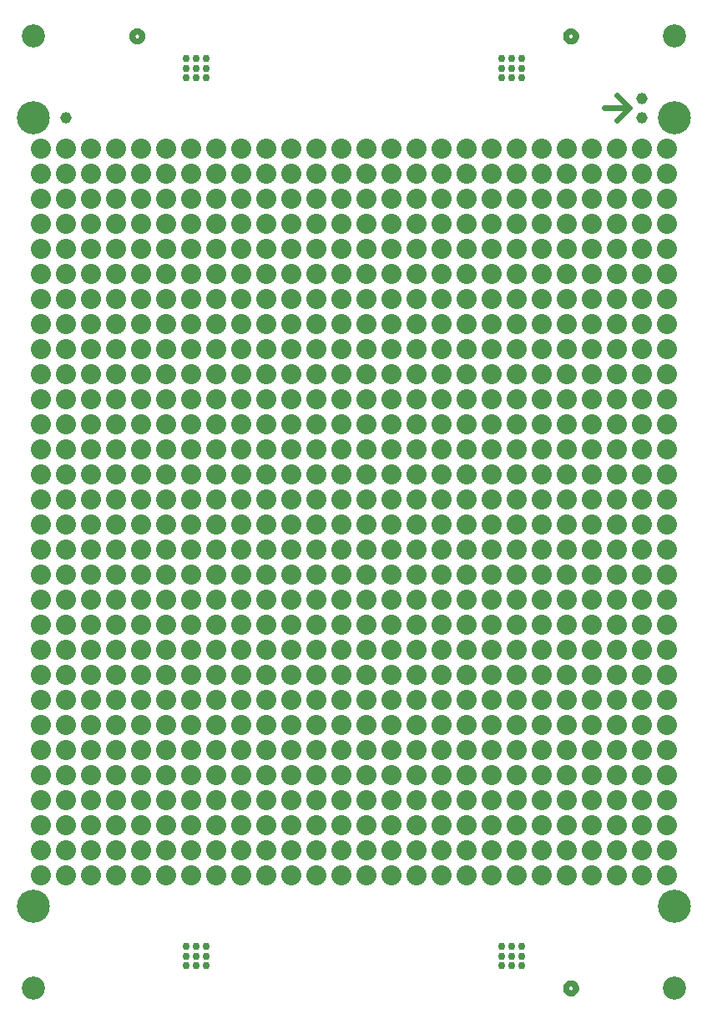
<source format=gts>
G75*
%MOIN*%
%OFA0B0*%
%FSLAX25Y25*%
%IPPOS*%
%LPD*%
%AMOC8*
5,1,8,0,0,1.08239X$1,22.5*
%
%ADD10C,0.13198*%
%ADD11C,0.02400*%
%ADD12C,0.02962*%
%ADD13C,0.09261*%
%ADD14C,0.08000*%
%ADD15C,0.04537*%
D10*
X0015797Y0041170D03*
X0015797Y0356131D03*
X0271702Y0356131D03*
X0271702Y0041170D03*
D11*
X0228395Y0008690D02*
X0228397Y0008778D01*
X0228403Y0008866D01*
X0228413Y0008954D01*
X0228427Y0009042D01*
X0228444Y0009128D01*
X0228466Y0009214D01*
X0228491Y0009298D01*
X0228521Y0009382D01*
X0228553Y0009464D01*
X0228590Y0009544D01*
X0228630Y0009623D01*
X0228674Y0009700D01*
X0228721Y0009775D01*
X0228771Y0009847D01*
X0228825Y0009918D01*
X0228881Y0009985D01*
X0228941Y0010051D01*
X0229003Y0010113D01*
X0229069Y0010173D01*
X0229136Y0010229D01*
X0229207Y0010283D01*
X0229279Y0010333D01*
X0229354Y0010380D01*
X0229431Y0010424D01*
X0229510Y0010464D01*
X0229590Y0010501D01*
X0229672Y0010533D01*
X0229756Y0010563D01*
X0229840Y0010588D01*
X0229926Y0010610D01*
X0230012Y0010627D01*
X0230100Y0010641D01*
X0230188Y0010651D01*
X0230276Y0010657D01*
X0230364Y0010659D01*
X0230452Y0010657D01*
X0230540Y0010651D01*
X0230628Y0010641D01*
X0230716Y0010627D01*
X0230802Y0010610D01*
X0230888Y0010588D01*
X0230972Y0010563D01*
X0231056Y0010533D01*
X0231138Y0010501D01*
X0231218Y0010464D01*
X0231297Y0010424D01*
X0231374Y0010380D01*
X0231449Y0010333D01*
X0231521Y0010283D01*
X0231592Y0010229D01*
X0231659Y0010173D01*
X0231725Y0010113D01*
X0231787Y0010051D01*
X0231847Y0009985D01*
X0231903Y0009918D01*
X0231957Y0009847D01*
X0232007Y0009775D01*
X0232054Y0009700D01*
X0232098Y0009623D01*
X0232138Y0009544D01*
X0232175Y0009464D01*
X0232207Y0009382D01*
X0232237Y0009298D01*
X0232262Y0009214D01*
X0232284Y0009128D01*
X0232301Y0009042D01*
X0232315Y0008954D01*
X0232325Y0008866D01*
X0232331Y0008778D01*
X0232333Y0008690D01*
X0232331Y0008602D01*
X0232325Y0008514D01*
X0232315Y0008426D01*
X0232301Y0008338D01*
X0232284Y0008252D01*
X0232262Y0008166D01*
X0232237Y0008082D01*
X0232207Y0007998D01*
X0232175Y0007916D01*
X0232138Y0007836D01*
X0232098Y0007757D01*
X0232054Y0007680D01*
X0232007Y0007605D01*
X0231957Y0007533D01*
X0231903Y0007462D01*
X0231847Y0007395D01*
X0231787Y0007329D01*
X0231725Y0007267D01*
X0231659Y0007207D01*
X0231592Y0007151D01*
X0231521Y0007097D01*
X0231449Y0007047D01*
X0231374Y0007000D01*
X0231297Y0006956D01*
X0231218Y0006916D01*
X0231138Y0006879D01*
X0231056Y0006847D01*
X0230972Y0006817D01*
X0230888Y0006792D01*
X0230802Y0006770D01*
X0230716Y0006753D01*
X0230628Y0006739D01*
X0230540Y0006729D01*
X0230452Y0006723D01*
X0230364Y0006721D01*
X0230276Y0006723D01*
X0230188Y0006729D01*
X0230100Y0006739D01*
X0230012Y0006753D01*
X0229926Y0006770D01*
X0229840Y0006792D01*
X0229756Y0006817D01*
X0229672Y0006847D01*
X0229590Y0006879D01*
X0229510Y0006916D01*
X0229431Y0006956D01*
X0229354Y0007000D01*
X0229279Y0007047D01*
X0229207Y0007097D01*
X0229136Y0007151D01*
X0229069Y0007207D01*
X0229003Y0007267D01*
X0228941Y0007329D01*
X0228881Y0007395D01*
X0228825Y0007462D01*
X0228771Y0007533D01*
X0228721Y0007605D01*
X0228674Y0007680D01*
X0228630Y0007757D01*
X0228590Y0007836D01*
X0228553Y0007916D01*
X0228521Y0007998D01*
X0228491Y0008082D01*
X0228466Y0008166D01*
X0228444Y0008252D01*
X0228427Y0008338D01*
X0228413Y0008426D01*
X0228403Y0008514D01*
X0228397Y0008602D01*
X0228395Y0008690D01*
X0248750Y0354900D02*
X0253750Y0359900D01*
X0248750Y0364900D01*
X0243750Y0359900D02*
X0253750Y0359900D01*
X0228395Y0388611D02*
X0228397Y0388699D01*
X0228403Y0388787D01*
X0228413Y0388875D01*
X0228427Y0388963D01*
X0228444Y0389049D01*
X0228466Y0389135D01*
X0228491Y0389219D01*
X0228521Y0389303D01*
X0228553Y0389385D01*
X0228590Y0389465D01*
X0228630Y0389544D01*
X0228674Y0389621D01*
X0228721Y0389696D01*
X0228771Y0389768D01*
X0228825Y0389839D01*
X0228881Y0389906D01*
X0228941Y0389972D01*
X0229003Y0390034D01*
X0229069Y0390094D01*
X0229136Y0390150D01*
X0229207Y0390204D01*
X0229279Y0390254D01*
X0229354Y0390301D01*
X0229431Y0390345D01*
X0229510Y0390385D01*
X0229590Y0390422D01*
X0229672Y0390454D01*
X0229756Y0390484D01*
X0229840Y0390509D01*
X0229926Y0390531D01*
X0230012Y0390548D01*
X0230100Y0390562D01*
X0230188Y0390572D01*
X0230276Y0390578D01*
X0230364Y0390580D01*
X0230452Y0390578D01*
X0230540Y0390572D01*
X0230628Y0390562D01*
X0230716Y0390548D01*
X0230802Y0390531D01*
X0230888Y0390509D01*
X0230972Y0390484D01*
X0231056Y0390454D01*
X0231138Y0390422D01*
X0231218Y0390385D01*
X0231297Y0390345D01*
X0231374Y0390301D01*
X0231449Y0390254D01*
X0231521Y0390204D01*
X0231592Y0390150D01*
X0231659Y0390094D01*
X0231725Y0390034D01*
X0231787Y0389972D01*
X0231847Y0389906D01*
X0231903Y0389839D01*
X0231957Y0389768D01*
X0232007Y0389696D01*
X0232054Y0389621D01*
X0232098Y0389544D01*
X0232138Y0389465D01*
X0232175Y0389385D01*
X0232207Y0389303D01*
X0232237Y0389219D01*
X0232262Y0389135D01*
X0232284Y0389049D01*
X0232301Y0388963D01*
X0232315Y0388875D01*
X0232325Y0388787D01*
X0232331Y0388699D01*
X0232333Y0388611D01*
X0232331Y0388523D01*
X0232325Y0388435D01*
X0232315Y0388347D01*
X0232301Y0388259D01*
X0232284Y0388173D01*
X0232262Y0388087D01*
X0232237Y0388003D01*
X0232207Y0387919D01*
X0232175Y0387837D01*
X0232138Y0387757D01*
X0232098Y0387678D01*
X0232054Y0387601D01*
X0232007Y0387526D01*
X0231957Y0387454D01*
X0231903Y0387383D01*
X0231847Y0387316D01*
X0231787Y0387250D01*
X0231725Y0387188D01*
X0231659Y0387128D01*
X0231592Y0387072D01*
X0231521Y0387018D01*
X0231449Y0386968D01*
X0231374Y0386921D01*
X0231297Y0386877D01*
X0231218Y0386837D01*
X0231138Y0386800D01*
X0231056Y0386768D01*
X0230972Y0386738D01*
X0230888Y0386713D01*
X0230802Y0386691D01*
X0230716Y0386674D01*
X0230628Y0386660D01*
X0230540Y0386650D01*
X0230452Y0386644D01*
X0230364Y0386642D01*
X0230276Y0386644D01*
X0230188Y0386650D01*
X0230100Y0386660D01*
X0230012Y0386674D01*
X0229926Y0386691D01*
X0229840Y0386713D01*
X0229756Y0386738D01*
X0229672Y0386768D01*
X0229590Y0386800D01*
X0229510Y0386837D01*
X0229431Y0386877D01*
X0229354Y0386921D01*
X0229279Y0386968D01*
X0229207Y0387018D01*
X0229136Y0387072D01*
X0229069Y0387128D01*
X0229003Y0387188D01*
X0228941Y0387250D01*
X0228881Y0387316D01*
X0228825Y0387383D01*
X0228771Y0387454D01*
X0228721Y0387526D01*
X0228674Y0387601D01*
X0228630Y0387678D01*
X0228590Y0387757D01*
X0228553Y0387837D01*
X0228521Y0387919D01*
X0228491Y0388003D01*
X0228466Y0388087D01*
X0228444Y0388173D01*
X0228427Y0388259D01*
X0228413Y0388347D01*
X0228403Y0388435D01*
X0228397Y0388523D01*
X0228395Y0388611D01*
X0055166Y0388611D02*
X0055168Y0388699D01*
X0055174Y0388787D01*
X0055184Y0388875D01*
X0055198Y0388963D01*
X0055215Y0389049D01*
X0055237Y0389135D01*
X0055262Y0389219D01*
X0055292Y0389303D01*
X0055324Y0389385D01*
X0055361Y0389465D01*
X0055401Y0389544D01*
X0055445Y0389621D01*
X0055492Y0389696D01*
X0055542Y0389768D01*
X0055596Y0389839D01*
X0055652Y0389906D01*
X0055712Y0389972D01*
X0055774Y0390034D01*
X0055840Y0390094D01*
X0055907Y0390150D01*
X0055978Y0390204D01*
X0056050Y0390254D01*
X0056125Y0390301D01*
X0056202Y0390345D01*
X0056281Y0390385D01*
X0056361Y0390422D01*
X0056443Y0390454D01*
X0056527Y0390484D01*
X0056611Y0390509D01*
X0056697Y0390531D01*
X0056783Y0390548D01*
X0056871Y0390562D01*
X0056959Y0390572D01*
X0057047Y0390578D01*
X0057135Y0390580D01*
X0057223Y0390578D01*
X0057311Y0390572D01*
X0057399Y0390562D01*
X0057487Y0390548D01*
X0057573Y0390531D01*
X0057659Y0390509D01*
X0057743Y0390484D01*
X0057827Y0390454D01*
X0057909Y0390422D01*
X0057989Y0390385D01*
X0058068Y0390345D01*
X0058145Y0390301D01*
X0058220Y0390254D01*
X0058292Y0390204D01*
X0058363Y0390150D01*
X0058430Y0390094D01*
X0058496Y0390034D01*
X0058558Y0389972D01*
X0058618Y0389906D01*
X0058674Y0389839D01*
X0058728Y0389768D01*
X0058778Y0389696D01*
X0058825Y0389621D01*
X0058869Y0389544D01*
X0058909Y0389465D01*
X0058946Y0389385D01*
X0058978Y0389303D01*
X0059008Y0389219D01*
X0059033Y0389135D01*
X0059055Y0389049D01*
X0059072Y0388963D01*
X0059086Y0388875D01*
X0059096Y0388787D01*
X0059102Y0388699D01*
X0059104Y0388611D01*
X0059102Y0388523D01*
X0059096Y0388435D01*
X0059086Y0388347D01*
X0059072Y0388259D01*
X0059055Y0388173D01*
X0059033Y0388087D01*
X0059008Y0388003D01*
X0058978Y0387919D01*
X0058946Y0387837D01*
X0058909Y0387757D01*
X0058869Y0387678D01*
X0058825Y0387601D01*
X0058778Y0387526D01*
X0058728Y0387454D01*
X0058674Y0387383D01*
X0058618Y0387316D01*
X0058558Y0387250D01*
X0058496Y0387188D01*
X0058430Y0387128D01*
X0058363Y0387072D01*
X0058292Y0387018D01*
X0058220Y0386968D01*
X0058145Y0386921D01*
X0058068Y0386877D01*
X0057989Y0386837D01*
X0057909Y0386800D01*
X0057827Y0386768D01*
X0057743Y0386738D01*
X0057659Y0386713D01*
X0057573Y0386691D01*
X0057487Y0386674D01*
X0057399Y0386660D01*
X0057311Y0386650D01*
X0057223Y0386644D01*
X0057135Y0386642D01*
X0057047Y0386644D01*
X0056959Y0386650D01*
X0056871Y0386660D01*
X0056783Y0386674D01*
X0056697Y0386691D01*
X0056611Y0386713D01*
X0056527Y0386738D01*
X0056443Y0386768D01*
X0056361Y0386800D01*
X0056281Y0386837D01*
X0056202Y0386877D01*
X0056125Y0386921D01*
X0056050Y0386968D01*
X0055978Y0387018D01*
X0055907Y0387072D01*
X0055840Y0387128D01*
X0055774Y0387188D01*
X0055712Y0387250D01*
X0055652Y0387316D01*
X0055596Y0387383D01*
X0055542Y0387454D01*
X0055492Y0387526D01*
X0055445Y0387601D01*
X0055401Y0387678D01*
X0055361Y0387757D01*
X0055324Y0387837D01*
X0055292Y0387919D01*
X0055262Y0388003D01*
X0055237Y0388087D01*
X0055215Y0388173D01*
X0055198Y0388259D01*
X0055184Y0388347D01*
X0055174Y0388435D01*
X0055168Y0388523D01*
X0055166Y0388611D01*
D12*
X0076820Y0379753D03*
X0076820Y0375816D03*
X0076820Y0371879D03*
X0080757Y0371879D03*
X0080757Y0375816D03*
X0080757Y0379753D03*
X0084694Y0379753D03*
X0084694Y0375816D03*
X0084694Y0371879D03*
X0202805Y0371879D03*
X0206742Y0371879D03*
X0206742Y0375816D03*
X0206742Y0379753D03*
X0202805Y0379753D03*
X0202805Y0375816D03*
X0210679Y0375816D03*
X0210679Y0379753D03*
X0210679Y0371879D03*
X0210679Y0025422D03*
X0210679Y0021485D03*
X0210679Y0017548D03*
X0206742Y0017548D03*
X0206742Y0021485D03*
X0206742Y0025422D03*
X0202805Y0025422D03*
X0202805Y0021485D03*
X0202805Y0017548D03*
X0084694Y0017548D03*
X0080757Y0017548D03*
X0080757Y0021485D03*
X0080757Y0025422D03*
X0084694Y0025422D03*
X0084694Y0021485D03*
X0076820Y0021485D03*
X0076820Y0017548D03*
X0076820Y0025422D03*
D13*
X0015797Y0008690D03*
X0271702Y0008690D03*
X0271702Y0388611D03*
X0015797Y0388611D03*
D14*
X0018750Y0343650D03*
X0018750Y0333650D03*
X0018750Y0323650D03*
X0018750Y0313650D03*
X0018750Y0303650D03*
X0018750Y0293650D03*
X0018750Y0283650D03*
X0018750Y0273650D03*
X0018750Y0263650D03*
X0018750Y0253650D03*
X0018750Y0243650D03*
X0018750Y0233650D03*
X0018750Y0223650D03*
X0018750Y0213650D03*
X0018750Y0203650D03*
X0018750Y0193650D03*
X0018750Y0183650D03*
X0018750Y0173650D03*
X0018750Y0163650D03*
X0018750Y0153650D03*
X0018750Y0143650D03*
X0018750Y0133650D03*
X0018750Y0123650D03*
X0018750Y0113650D03*
X0018750Y0103650D03*
X0018750Y0093650D03*
X0018750Y0083650D03*
X0018750Y0073650D03*
X0018750Y0063650D03*
X0018750Y0053650D03*
X0028750Y0053650D03*
X0038750Y0053650D03*
X0048750Y0053650D03*
X0048750Y0063650D03*
X0048750Y0073650D03*
X0048750Y0083650D03*
X0048750Y0093650D03*
X0048750Y0103650D03*
X0048750Y0113650D03*
X0048750Y0123650D03*
X0048750Y0133650D03*
X0048750Y0143650D03*
X0048750Y0153650D03*
X0048750Y0163650D03*
X0048750Y0173650D03*
X0048750Y0183650D03*
X0048750Y0193650D03*
X0048750Y0203650D03*
X0048750Y0213650D03*
X0048750Y0223650D03*
X0048750Y0233650D03*
X0048750Y0243650D03*
X0048750Y0253650D03*
X0048750Y0263650D03*
X0048750Y0273650D03*
X0048750Y0283650D03*
X0048750Y0293650D03*
X0048750Y0303650D03*
X0048750Y0313650D03*
X0048750Y0323650D03*
X0048750Y0333650D03*
X0048750Y0343650D03*
X0038750Y0343650D03*
X0038750Y0333650D03*
X0038750Y0323650D03*
X0038750Y0313650D03*
X0038750Y0303650D03*
X0038750Y0293650D03*
X0038750Y0283650D03*
X0038750Y0273650D03*
X0038750Y0263650D03*
X0038750Y0253650D03*
X0038750Y0243650D03*
X0038750Y0233650D03*
X0038750Y0223650D03*
X0038750Y0213650D03*
X0038750Y0203650D03*
X0038750Y0193650D03*
X0038750Y0183650D03*
X0038750Y0173650D03*
X0038750Y0163650D03*
X0038750Y0153650D03*
X0038750Y0143650D03*
X0038750Y0133650D03*
X0038750Y0123650D03*
X0038750Y0113650D03*
X0038750Y0103650D03*
X0038750Y0093650D03*
X0038750Y0083650D03*
X0038750Y0073650D03*
X0038750Y0063650D03*
X0028750Y0063650D03*
X0028750Y0073650D03*
X0028750Y0083650D03*
X0028750Y0093650D03*
X0028750Y0103650D03*
X0028750Y0113650D03*
X0028750Y0123650D03*
X0028750Y0133650D03*
X0028750Y0143650D03*
X0028750Y0153650D03*
X0028750Y0163650D03*
X0028750Y0173650D03*
X0028750Y0183650D03*
X0028750Y0193650D03*
X0028750Y0203650D03*
X0028750Y0213650D03*
X0028750Y0223650D03*
X0028750Y0233650D03*
X0028750Y0243650D03*
X0028750Y0253650D03*
X0028750Y0263650D03*
X0028750Y0273650D03*
X0028750Y0283650D03*
X0028750Y0293650D03*
X0028750Y0303650D03*
X0028750Y0313650D03*
X0028750Y0323650D03*
X0028750Y0333650D03*
X0028750Y0343650D03*
X0058750Y0343650D03*
X0068750Y0343650D03*
X0068750Y0333650D03*
X0068750Y0323650D03*
X0068750Y0313650D03*
X0068750Y0303650D03*
X0068750Y0293650D03*
X0068750Y0283650D03*
X0068750Y0273650D03*
X0068750Y0263650D03*
X0068750Y0253650D03*
X0068750Y0243650D03*
X0068750Y0233650D03*
X0068750Y0223650D03*
X0068750Y0213650D03*
X0068750Y0203650D03*
X0068750Y0193650D03*
X0068750Y0183650D03*
X0068750Y0173650D03*
X0068750Y0163650D03*
X0068750Y0153650D03*
X0068750Y0143650D03*
X0068750Y0133650D03*
X0068750Y0123650D03*
X0068750Y0113650D03*
X0068750Y0103650D03*
X0068750Y0093650D03*
X0068750Y0083650D03*
X0068750Y0073650D03*
X0068750Y0063650D03*
X0068750Y0053650D03*
X0058750Y0053650D03*
X0058750Y0063650D03*
X0058750Y0073650D03*
X0058750Y0083650D03*
X0058750Y0093650D03*
X0058750Y0103650D03*
X0058750Y0113650D03*
X0058750Y0123650D03*
X0058750Y0133650D03*
X0058750Y0143650D03*
X0058750Y0153650D03*
X0058750Y0163650D03*
X0058750Y0173650D03*
X0058750Y0183650D03*
X0058750Y0193650D03*
X0058750Y0203650D03*
X0058750Y0213650D03*
X0058750Y0223650D03*
X0058750Y0233650D03*
X0058750Y0243650D03*
X0058750Y0253650D03*
X0058750Y0263650D03*
X0058750Y0273650D03*
X0058750Y0283650D03*
X0058750Y0293650D03*
X0058750Y0303650D03*
X0058750Y0313650D03*
X0058750Y0323650D03*
X0058750Y0333650D03*
X0078750Y0333650D03*
X0078750Y0323650D03*
X0088750Y0323650D03*
X0088750Y0333650D03*
X0088750Y0343650D03*
X0078750Y0343650D03*
X0098750Y0343650D03*
X0108750Y0343650D03*
X0108750Y0333650D03*
X0108750Y0323650D03*
X0108750Y0313650D03*
X0108750Y0303650D03*
X0108750Y0293650D03*
X0108750Y0283650D03*
X0108750Y0273650D03*
X0108750Y0263650D03*
X0108750Y0253650D03*
X0108750Y0243650D03*
X0108750Y0233650D03*
X0108750Y0223650D03*
X0108750Y0213650D03*
X0108750Y0203650D03*
X0108750Y0193650D03*
X0108750Y0183650D03*
X0108750Y0173650D03*
X0108750Y0163650D03*
X0108750Y0153650D03*
X0108750Y0143650D03*
X0108750Y0133650D03*
X0108750Y0123650D03*
X0108750Y0113650D03*
X0108750Y0103650D03*
X0108750Y0093650D03*
X0108750Y0083650D03*
X0108750Y0073650D03*
X0108750Y0063650D03*
X0108750Y0053650D03*
X0098750Y0053650D03*
X0098750Y0063650D03*
X0098750Y0073650D03*
X0098750Y0083650D03*
X0098750Y0093650D03*
X0098750Y0103650D03*
X0098750Y0113650D03*
X0098750Y0123650D03*
X0098750Y0133650D03*
X0098750Y0143650D03*
X0098750Y0153650D03*
X0098750Y0163650D03*
X0098750Y0173650D03*
X0098750Y0183650D03*
X0098750Y0193650D03*
X0098750Y0203650D03*
X0098750Y0213650D03*
X0098750Y0223650D03*
X0098750Y0233650D03*
X0098750Y0243650D03*
X0098750Y0253650D03*
X0098750Y0263650D03*
X0098750Y0273650D03*
X0098750Y0283650D03*
X0098750Y0293650D03*
X0098750Y0303650D03*
X0098750Y0313650D03*
X0098750Y0323650D03*
X0098750Y0333650D03*
X0088750Y0313650D03*
X0088750Y0303650D03*
X0088750Y0293650D03*
X0088750Y0283650D03*
X0088750Y0273650D03*
X0088750Y0263650D03*
X0088750Y0253650D03*
X0088750Y0243650D03*
X0088750Y0233650D03*
X0088750Y0223650D03*
X0088750Y0213650D03*
X0088750Y0203650D03*
X0088750Y0193650D03*
X0088750Y0183650D03*
X0088750Y0173650D03*
X0088750Y0163650D03*
X0088750Y0153650D03*
X0088750Y0143650D03*
X0088750Y0133650D03*
X0088750Y0123650D03*
X0088750Y0113650D03*
X0088750Y0103650D03*
X0088750Y0093650D03*
X0088750Y0083650D03*
X0088750Y0073650D03*
X0088750Y0063650D03*
X0088750Y0053650D03*
X0078750Y0053650D03*
X0078750Y0063650D03*
X0078750Y0073650D03*
X0078750Y0083650D03*
X0078750Y0093650D03*
X0078750Y0103650D03*
X0078750Y0113650D03*
X0078750Y0123650D03*
X0078750Y0133650D03*
X0078750Y0143650D03*
X0078750Y0153650D03*
X0078750Y0163650D03*
X0078750Y0173650D03*
X0078750Y0183650D03*
X0078750Y0193650D03*
X0078750Y0203650D03*
X0078750Y0213650D03*
X0078750Y0223650D03*
X0078750Y0233650D03*
X0078750Y0243650D03*
X0078750Y0253650D03*
X0078750Y0263650D03*
X0078750Y0273650D03*
X0078750Y0283650D03*
X0078750Y0293650D03*
X0078750Y0303650D03*
X0078750Y0313650D03*
X0118750Y0313650D03*
X0118750Y0303650D03*
X0128750Y0303650D03*
X0128750Y0313650D03*
X0128750Y0323650D03*
X0128750Y0333650D03*
X0128750Y0343650D03*
X0118750Y0343650D03*
X0118750Y0333650D03*
X0118750Y0323650D03*
X0138750Y0323650D03*
X0138750Y0333650D03*
X0148750Y0333650D03*
X0148750Y0323650D03*
X0148750Y0313650D03*
X0148750Y0303650D03*
X0148750Y0293650D03*
X0148750Y0283650D03*
X0148750Y0273650D03*
X0148750Y0263650D03*
X0148750Y0253650D03*
X0148750Y0243650D03*
X0148750Y0233650D03*
X0148750Y0223650D03*
X0148750Y0213650D03*
X0148750Y0203650D03*
X0148750Y0193650D03*
X0148750Y0183650D03*
X0148750Y0173650D03*
X0148750Y0163650D03*
X0148750Y0153650D03*
X0148750Y0143650D03*
X0148750Y0133650D03*
X0148750Y0123650D03*
X0148750Y0113650D03*
X0148750Y0103650D03*
X0148750Y0093650D03*
X0148750Y0083650D03*
X0148750Y0073650D03*
X0148750Y0063650D03*
X0148750Y0053650D03*
X0138750Y0053650D03*
X0138750Y0063650D03*
X0138750Y0073650D03*
X0138750Y0083650D03*
X0138750Y0093650D03*
X0138750Y0103650D03*
X0138750Y0113650D03*
X0138750Y0123650D03*
X0138750Y0133650D03*
X0138750Y0143650D03*
X0138750Y0153650D03*
X0138750Y0163650D03*
X0138750Y0173650D03*
X0138750Y0183650D03*
X0138750Y0193650D03*
X0138750Y0203650D03*
X0138750Y0213650D03*
X0138750Y0223650D03*
X0138750Y0233650D03*
X0138750Y0243650D03*
X0138750Y0253650D03*
X0138750Y0263650D03*
X0138750Y0273650D03*
X0138750Y0283650D03*
X0138750Y0293650D03*
X0138750Y0303650D03*
X0138750Y0313650D03*
X0128750Y0293650D03*
X0128750Y0283650D03*
X0128750Y0273650D03*
X0128750Y0263650D03*
X0128750Y0253650D03*
X0128750Y0243650D03*
X0128750Y0233650D03*
X0128750Y0223650D03*
X0128750Y0213650D03*
X0128750Y0203650D03*
X0128750Y0193650D03*
X0128750Y0183650D03*
X0128750Y0173650D03*
X0128750Y0163650D03*
X0128750Y0153650D03*
X0128750Y0143650D03*
X0128750Y0133650D03*
X0128750Y0123650D03*
X0128750Y0113650D03*
X0128750Y0103650D03*
X0128750Y0093650D03*
X0128750Y0083650D03*
X0128750Y0073650D03*
X0128750Y0063650D03*
X0128750Y0053650D03*
X0118750Y0053650D03*
X0118750Y0063650D03*
X0118750Y0073650D03*
X0118750Y0083650D03*
X0118750Y0093650D03*
X0118750Y0103650D03*
X0118750Y0113650D03*
X0118750Y0123650D03*
X0118750Y0133650D03*
X0118750Y0143650D03*
X0118750Y0153650D03*
X0118750Y0163650D03*
X0118750Y0173650D03*
X0118750Y0183650D03*
X0118750Y0193650D03*
X0118750Y0203650D03*
X0118750Y0213650D03*
X0118750Y0223650D03*
X0118750Y0233650D03*
X0118750Y0243650D03*
X0118750Y0253650D03*
X0118750Y0263650D03*
X0118750Y0273650D03*
X0118750Y0283650D03*
X0118750Y0293650D03*
X0138750Y0343650D03*
X0148750Y0343650D03*
X0158750Y0343650D03*
X0168750Y0343650D03*
X0168750Y0333650D03*
X0168750Y0323650D03*
X0168750Y0313650D03*
X0168750Y0303650D03*
X0168750Y0293650D03*
X0168750Y0283650D03*
X0168750Y0273650D03*
X0168750Y0263650D03*
X0168750Y0253650D03*
X0168750Y0243650D03*
X0168750Y0233650D03*
X0168750Y0223650D03*
X0168750Y0213650D03*
X0168750Y0203650D03*
X0168750Y0193650D03*
X0168750Y0183650D03*
X0168750Y0173650D03*
X0168750Y0163650D03*
X0168750Y0153650D03*
X0168750Y0143650D03*
X0168750Y0133650D03*
X0168750Y0123650D03*
X0168750Y0113650D03*
X0168750Y0103650D03*
X0168750Y0093650D03*
X0168750Y0083650D03*
X0168750Y0073650D03*
X0168750Y0063650D03*
X0168750Y0053650D03*
X0158750Y0053650D03*
X0158750Y0063650D03*
X0158750Y0073650D03*
X0158750Y0083650D03*
X0158750Y0093650D03*
X0158750Y0103650D03*
X0158750Y0113650D03*
X0158750Y0123650D03*
X0158750Y0133650D03*
X0158750Y0143650D03*
X0158750Y0153650D03*
X0158750Y0163650D03*
X0158750Y0173650D03*
X0158750Y0183650D03*
X0158750Y0193650D03*
X0158750Y0203650D03*
X0158750Y0213650D03*
X0158750Y0223650D03*
X0158750Y0233650D03*
X0158750Y0243650D03*
X0158750Y0253650D03*
X0158750Y0263650D03*
X0158750Y0273650D03*
X0158750Y0283650D03*
X0158750Y0293650D03*
X0158750Y0303650D03*
X0158750Y0313650D03*
X0158750Y0323650D03*
X0158750Y0333650D03*
X0178750Y0333650D03*
X0178750Y0323650D03*
X0188750Y0323650D03*
X0188750Y0333650D03*
X0188750Y0343650D03*
X0178750Y0343650D03*
X0198750Y0343650D03*
X0208750Y0343650D03*
X0208750Y0333650D03*
X0208750Y0323650D03*
X0208750Y0313650D03*
X0208750Y0303650D03*
X0208750Y0293650D03*
X0208750Y0283650D03*
X0208750Y0273650D03*
X0208750Y0263650D03*
X0208750Y0253650D03*
X0208750Y0243650D03*
X0208750Y0233650D03*
X0208750Y0223650D03*
X0208750Y0213650D03*
X0208750Y0203650D03*
X0208750Y0193650D03*
X0208750Y0183650D03*
X0208750Y0173650D03*
X0208750Y0163650D03*
X0208750Y0153650D03*
X0208750Y0143650D03*
X0208750Y0133650D03*
X0208750Y0123650D03*
X0208750Y0113650D03*
X0208750Y0103650D03*
X0208750Y0093650D03*
X0208750Y0083650D03*
X0208750Y0073650D03*
X0208750Y0063650D03*
X0208750Y0053650D03*
X0198750Y0053650D03*
X0198750Y0063650D03*
X0198750Y0073650D03*
X0198750Y0083650D03*
X0198750Y0093650D03*
X0198750Y0103650D03*
X0198750Y0113650D03*
X0198750Y0123650D03*
X0198750Y0133650D03*
X0198750Y0143650D03*
X0198750Y0153650D03*
X0198750Y0163650D03*
X0198750Y0173650D03*
X0198750Y0183650D03*
X0198750Y0193650D03*
X0198750Y0203650D03*
X0198750Y0213650D03*
X0198750Y0223650D03*
X0198750Y0233650D03*
X0198750Y0243650D03*
X0198750Y0253650D03*
X0198750Y0263650D03*
X0198750Y0273650D03*
X0198750Y0283650D03*
X0198750Y0293650D03*
X0198750Y0303650D03*
X0198750Y0313650D03*
X0198750Y0323650D03*
X0198750Y0333650D03*
X0188750Y0313650D03*
X0188750Y0303650D03*
X0188750Y0293650D03*
X0188750Y0283650D03*
X0188750Y0273650D03*
X0188750Y0263650D03*
X0188750Y0253650D03*
X0188750Y0243650D03*
X0188750Y0233650D03*
X0188750Y0223650D03*
X0188750Y0213650D03*
X0188750Y0203650D03*
X0188750Y0193650D03*
X0188750Y0183650D03*
X0188750Y0173650D03*
X0188750Y0163650D03*
X0188750Y0153650D03*
X0188750Y0143650D03*
X0188750Y0133650D03*
X0188750Y0123650D03*
X0188750Y0113650D03*
X0188750Y0103650D03*
X0188750Y0093650D03*
X0188750Y0083650D03*
X0188750Y0073650D03*
X0188750Y0063650D03*
X0188750Y0053650D03*
X0178750Y0053650D03*
X0178750Y0063650D03*
X0178750Y0073650D03*
X0178750Y0083650D03*
X0178750Y0093650D03*
X0178750Y0103650D03*
X0178750Y0113650D03*
X0178750Y0123650D03*
X0178750Y0133650D03*
X0178750Y0143650D03*
X0178750Y0153650D03*
X0178750Y0163650D03*
X0178750Y0173650D03*
X0178750Y0183650D03*
X0178750Y0193650D03*
X0178750Y0203650D03*
X0178750Y0213650D03*
X0178750Y0223650D03*
X0178750Y0233650D03*
X0178750Y0243650D03*
X0178750Y0253650D03*
X0178750Y0263650D03*
X0178750Y0273650D03*
X0178750Y0283650D03*
X0178750Y0293650D03*
X0178750Y0303650D03*
X0178750Y0313650D03*
X0218750Y0313650D03*
X0218750Y0303650D03*
X0228750Y0303650D03*
X0228750Y0313650D03*
X0228750Y0323650D03*
X0228750Y0333650D03*
X0228750Y0343650D03*
X0218750Y0343650D03*
X0218750Y0333650D03*
X0218750Y0323650D03*
X0238750Y0323650D03*
X0238750Y0333650D03*
X0248750Y0333650D03*
X0248750Y0323650D03*
X0248750Y0313650D03*
X0248750Y0303650D03*
X0248750Y0293650D03*
X0248750Y0283650D03*
X0248750Y0273650D03*
X0248750Y0263650D03*
X0248750Y0253650D03*
X0248750Y0243650D03*
X0248750Y0233650D03*
X0248750Y0223650D03*
X0248750Y0213650D03*
X0248750Y0203650D03*
X0248750Y0193650D03*
X0248750Y0183650D03*
X0248750Y0173650D03*
X0248750Y0163650D03*
X0248750Y0153650D03*
X0248750Y0143650D03*
X0248750Y0133650D03*
X0248750Y0123650D03*
X0248750Y0113650D03*
X0248750Y0103650D03*
X0248750Y0093650D03*
X0248750Y0083650D03*
X0248750Y0073650D03*
X0248750Y0063650D03*
X0248750Y0053650D03*
X0238750Y0053650D03*
X0238750Y0063650D03*
X0238750Y0073650D03*
X0238750Y0083650D03*
X0238750Y0093650D03*
X0238750Y0103650D03*
X0238750Y0113650D03*
X0238750Y0123650D03*
X0238750Y0133650D03*
X0238750Y0143650D03*
X0238750Y0153650D03*
X0238750Y0163650D03*
X0238750Y0173650D03*
X0238750Y0183650D03*
X0238750Y0193650D03*
X0238750Y0203650D03*
X0238750Y0213650D03*
X0238750Y0223650D03*
X0238750Y0233650D03*
X0238750Y0243650D03*
X0238750Y0253650D03*
X0238750Y0263650D03*
X0238750Y0273650D03*
X0238750Y0283650D03*
X0238750Y0293650D03*
X0238750Y0303650D03*
X0238750Y0313650D03*
X0228750Y0293650D03*
X0228750Y0283650D03*
X0228750Y0273650D03*
X0228750Y0263650D03*
X0228750Y0253650D03*
X0228750Y0243650D03*
X0228750Y0233650D03*
X0228750Y0223650D03*
X0228750Y0213650D03*
X0228750Y0203650D03*
X0228750Y0193650D03*
X0228750Y0183650D03*
X0228750Y0173650D03*
X0228750Y0163650D03*
X0228750Y0153650D03*
X0228750Y0143650D03*
X0228750Y0133650D03*
X0228750Y0123650D03*
X0228750Y0113650D03*
X0228750Y0103650D03*
X0228750Y0093650D03*
X0228750Y0083650D03*
X0228750Y0073650D03*
X0228750Y0063650D03*
X0228750Y0053650D03*
X0218750Y0053650D03*
X0218750Y0063650D03*
X0218750Y0073650D03*
X0218750Y0083650D03*
X0218750Y0093650D03*
X0218750Y0103650D03*
X0218750Y0113650D03*
X0218750Y0123650D03*
X0218750Y0133650D03*
X0218750Y0143650D03*
X0218750Y0153650D03*
X0218750Y0163650D03*
X0218750Y0173650D03*
X0218750Y0183650D03*
X0218750Y0193650D03*
X0218750Y0203650D03*
X0218750Y0213650D03*
X0218750Y0223650D03*
X0218750Y0233650D03*
X0218750Y0243650D03*
X0218750Y0253650D03*
X0218750Y0263650D03*
X0218750Y0273650D03*
X0218750Y0283650D03*
X0218750Y0293650D03*
X0238750Y0343650D03*
X0248750Y0343650D03*
X0258750Y0343650D03*
X0268750Y0343650D03*
X0268750Y0333650D03*
X0268750Y0323650D03*
X0268750Y0313650D03*
X0268750Y0303650D03*
X0268750Y0293650D03*
X0268750Y0283650D03*
X0268750Y0273650D03*
X0268750Y0263650D03*
X0268750Y0253650D03*
X0268750Y0243650D03*
X0268750Y0233650D03*
X0268750Y0223650D03*
X0268750Y0213650D03*
X0268750Y0203650D03*
X0268750Y0193650D03*
X0268750Y0183650D03*
X0268750Y0173650D03*
X0268750Y0163650D03*
X0268750Y0153650D03*
X0268750Y0143650D03*
X0268750Y0133650D03*
X0268750Y0123650D03*
X0268750Y0113650D03*
X0268750Y0103650D03*
X0268750Y0093650D03*
X0268750Y0083650D03*
X0268750Y0073650D03*
X0268750Y0063650D03*
X0268750Y0053650D03*
X0258750Y0053650D03*
X0258750Y0063650D03*
X0258750Y0073650D03*
X0258750Y0083650D03*
X0258750Y0093650D03*
X0258750Y0103650D03*
X0258750Y0113650D03*
X0258750Y0123650D03*
X0258750Y0133650D03*
X0258750Y0143650D03*
X0258750Y0153650D03*
X0258750Y0163650D03*
X0258750Y0173650D03*
X0258750Y0183650D03*
X0258750Y0193650D03*
X0258750Y0203650D03*
X0258750Y0213650D03*
X0258750Y0223650D03*
X0258750Y0233650D03*
X0258750Y0243650D03*
X0258750Y0253650D03*
X0258750Y0263650D03*
X0258750Y0273650D03*
X0258750Y0283650D03*
X0258750Y0293650D03*
X0258750Y0303650D03*
X0258750Y0313650D03*
X0258750Y0323650D03*
X0258750Y0333650D03*
D15*
X0258750Y0356150D03*
X0258750Y0363650D03*
X0028750Y0356150D03*
M02*

</source>
